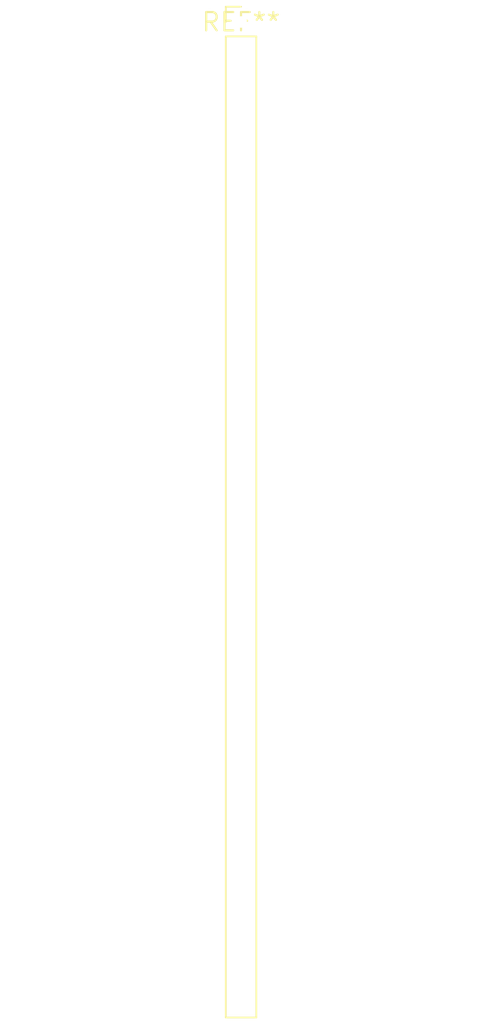
<source format=kicad_pcb>
(kicad_pcb (version 20240108) (generator pcbnew)
  (layers (0 "F.Cu" signal) (31 "B.Cu" signal) (34 "B.Paste" user) (35 "F.Paste" user) (36 "B.SilkS" user "B.Silkscreen") (37 "F.SilkS" user "F.Silkscreen") (38 "B.Mask" user) (39 "F.Mask" user) (44 "Edge.Cuts" user))
  (net 0 "")
  (footprint "PinHeader_1x35_P2.00mm_Vertical" (layer "F.Cu") (at 0 0)
    (property "Reference" "REF**")
    (property "Value" "PinHeader_1x35_P2.00mm_Vertical")
    (fp_line (start -1.06 -1.06) (end 0 -1.06) (layer "F.SilkS") (stroke (width 0.12)))
    (fp_line (start -1.06 0) (end -1.06 -1.06) (layer "F.SilkS") (stroke (width 0.12)))
    (fp_line (start -1.06 1) (end -1.06 69.06) (layer "F.SilkS") (stroke (width 0.12)))
    (fp_line (start -1.06 1) (end 1.06 1) (layer "F.SilkS") (stroke (width 0.12)))
    (fp_line (start -1.06 69.06) (end 1.06 69.06) (layer "F.SilkS") (stroke (width 0.12)))
    (fp_line (start 1.06 1) (end 1.06 69.06) (layer "F.SilkS") (stroke (width 0.12)))
    (pad "1" thru_hole rect (at 0 0) (size 1.35 1.35) (drill 0.8) (layers *.Cu *.Mask) (remove_unused_layers))
    (pad "2" thru_hole oval (at 0 2) (size 1.35 1.35) (drill 0.8) (layers *.Cu *.Mask) (remove_unused_layers))
    (pad "3" thru_hole oval (at 0 4) (size 1.35 1.35) (drill 0.8) (layers *.Cu *.Mask) (remove_unused_layers))
    (pad "4" thru_hole oval (at 0 6) (size 1.35 1.35) (drill 0.8) (layers *.Cu *.Mask) (remove_unused_layers))
    (pad "5" thru_hole oval (at 0 8) (size 1.35 1.35) (drill 0.8) (layers *.Cu *.Mask) (remove_unused_layers))
    (pad "6" thru_hole oval (at 0 10) (size 1.35 1.35) (drill 0.8) (layers *.Cu *.Mask) (remove_unused_layers))
    (pad "7" thru_hole oval (at 0 12) (size 1.35 1.35) (drill 0.8) (layers *.Cu *.Mask) (remove_unused_layers))
    (pad "8" thru_hole oval (at 0 14) (size 1.35 1.35) (drill 0.8) (layers *.Cu *.Mask) (remove_unused_layers))
    (pad "9" thru_hole oval (at 0 16) (size 1.35 1.35) (drill 0.8) (layers *.Cu *.Mask) (remove_unused_layers))
    (pad "10" thru_hole oval (at 0 18) (size 1.35 1.35) (drill 0.8) (layers *.Cu *.Mask) (remove_unused_layers))
    (pad "11" thru_hole oval (at 0 20) (size 1.35 1.35) (drill 0.8) (layers *.Cu *.Mask) (remove_unused_layers))
    (pad "12" thru_hole oval (at 0 22) (size 1.35 1.35) (drill 0.8) (layers *.Cu *.Mask) (remove_unused_layers))
    (pad "13" thru_hole oval (at 0 24) (size 1.35 1.35) (drill 0.8) (layers *.Cu *.Mask) (remove_unused_layers))
    (pad "14" thru_hole oval (at 0 26) (size 1.35 1.35) (drill 0.8) (layers *.Cu *.Mask) (remove_unused_layers))
    (pad "15" thru_hole oval (at 0 28) (size 1.35 1.35) (drill 0.8) (layers *.Cu *.Mask) (remove_unused_layers))
    (pad "16" thru_hole oval (at 0 30) (size 1.35 1.35) (drill 0.8) (layers *.Cu *.Mask) (remove_unused_layers))
    (pad "17" thru_hole oval (at 0 32) (size 1.35 1.35) (drill 0.8) (layers *.Cu *.Mask) (remove_unused_layers))
    (pad "18" thru_hole oval (at 0 34) (size 1.35 1.35) (drill 0.8) (layers *.Cu *.Mask) (remove_unused_layers))
    (pad "19" thru_hole oval (at 0 36) (size 1.35 1.35) (drill 0.8) (layers *.Cu *.Mask) (remove_unused_layers))
    (pad "20" thru_hole oval (at 0 38) (size 1.35 1.35) (drill 0.8) (layers *.Cu *.Mask) (remove_unused_layers))
    (pad "21" thru_hole oval (at 0 40) (size 1.35 1.35) (drill 0.8) (layers *.Cu *.Mask) (remove_unused_layers))
    (pad "22" thru_hole oval (at 0 42) (size 1.35 1.35) (drill 0.8) (layers *.Cu *.Mask) (remove_unused_layers))
    (pad "23" thru_hole oval (at 0 44) (size 1.35 1.35) (drill 0.8) (layers *.Cu *.Mask) (remove_unused_layers))
    (pad "24" thru_hole oval (at 0 46) (size 1.35 1.35) (drill 0.8) (layers *.Cu *.Mask) (remove_unused_layers))
    (pad "25" thru_hole oval (at 0 48) (size 1.35 1.35) (drill 0.8) (layers *.Cu *.Mask) (remove_unused_layers))
    (pad "26" thru_hole oval (at 0 50) (size 1.35 1.35) (drill 0.8) (layers *.Cu *.Mask) (remove_unused_layers))
    (pad "27" thru_hole oval (at 0 52) (size 1.35 1.35) (drill 0.8) (layers *.Cu *.Mask) (remove_unused_layers))
    (pad "28" thru_hole oval (at 0 54) (size 1.35 1.35) (drill 0.8) (layers *.Cu *.Mask) (remove_unused_layers))
    (pad "29" thru_hole oval (at 0 56) (size 1.35 1.35) (drill 0.8) (layers *.Cu *.Mask) (remove_unused_layers))
    (pad "30" thru_hole oval (at 0 58) (size 1.35 1.35) (drill 0.8) (layers *.Cu *.Mask) (remove_unused_layers))
    (pad "31" thru_hole oval (at 0 60) (size 1.35 1.35) (drill 0.8) (layers *.Cu *.Mask) (remove_unused_layers))
    (pad "32" thru_hole oval (at 0 62) (size 1.35 1.35) (drill 0.8) (layers *.Cu *.Mask) (remove_unused_layers))
    (pad "33" thru_hole oval (at 0 64) (size 1.35 1.35) (drill 0.8) (layers *.Cu *.Mask) (remove_unused_layers))
    (pad "34" thru_hole oval (at 0 66) (size 1.35 1.35) (drill 0.8) (layers *.Cu *.Mask) (remove_unused_layers))
    (pad "35" thru_hole oval (at 0 68) (size 1.35 1.35) (drill 0.8) (layers *.Cu *.Mask) (remove_unused_layers))
  )
)
</source>
